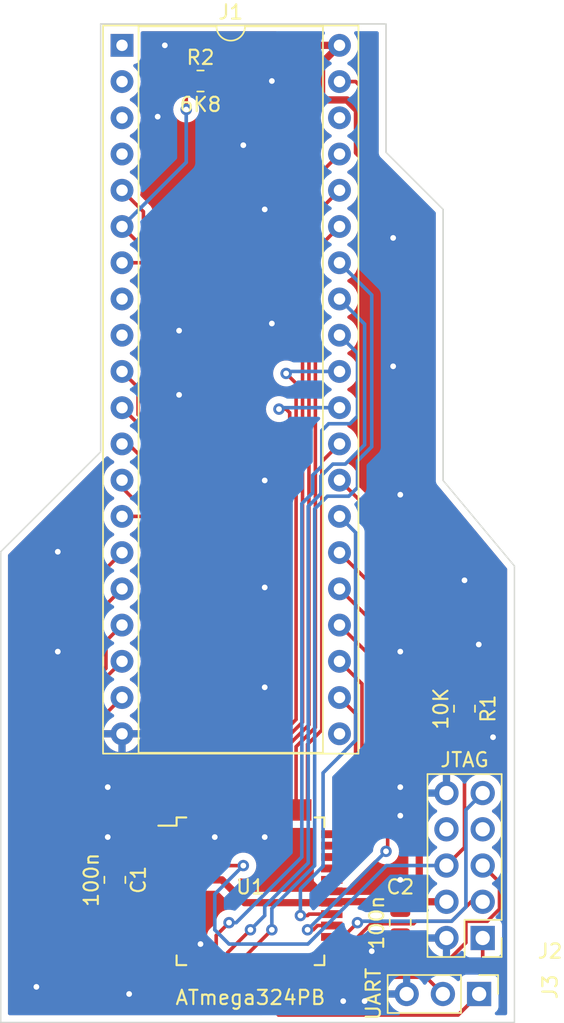
<source format=kicad_pcb>
(kicad_pcb (version 20221018) (generator pcbnew)
  (layers (0 "F.Cu" signal) (31 "B.Cu" signal) (34 "B.Paste" user) (35 "F.Paste" user) (36 "B.SilkS" user "B.Silkscreen") (37 "F.SilkS" user "F.Silkscreen") (38 "B.Mask" user) (39 "F.Mask" user) (44 "Edge.Cuts" user))
  (net 0 "")
  (net 11 "GND")
  (net 14 "VCC")
  (net 15 "Net-(J1-Pad39)")
  (net 16 "TCK")
  (net 17 "TDO")
  (net 18 "TMS")
  (net 19 "RESET")
  (net 20 "TDI")
  (net 21 "P0.3_DON")
  (net 22 "P0.2_ST")
  (net 23 "STROBE")
  (net 24 "P4.2_DLEN5")
  (net 25 "P1.0_A")
  (net 26 "P1.1_B")
  (net 27 "P1.2_C")
  (net 28 "P1.3_S")
  (net 29 "P5.0_PH")
  (net 30 "P5.1_PONLR")
  (net 31 "P5.2_Z")
  (net 32 "P5.3_Mul6")
  (net 33 "P5.4_Mul7")
  (net 34 "P5.5_Mul8")
  (net 35 "P5.6_Mul9")
  (net 36 "P5.7_Mul10")
  (net 37 "P1.7_NF8")
  (net 38 "P1.6_NF7")
  (net 39 "P1.5_NF6")
  (net 40 "P1.7_NF5")
  (net 41 "P0.4_NF1")
  (net 42 "P0.5_NF2")
  (net 43 "P0.6_NF3")
  (net 44 "P0.7_NF4")
  (net 45 "P4.7_DATA")
  (net 46 "P4.6_DLEN1")
  (net 47 "P4.5_DLEN2")
  (net 48 "P4.4_DLEN3")
  (net 49 "P4.3_DLEN4")
  (net 50 "Net-(J3-Pad1)")
  (net 51 "Net-(J3-Pad2)")
  (footprint "Resistor_SMD:R_0805_2012Metric_Pad1.20x1.40mm_HandSolder" (layer "F.Cu") (at 68.5 97.5 -90)
    (fp_text reference "C1" (at 0 -1.65 90) (layer "F.SilkS"))
    (fp_text value "100n" (at 0 1.65 90) (layer "F.SilkS"))
    (fp_line (start -0.227064 -0.735) (end 0.227064 -0.735) (stroke (width 0.12)) (layer "F.SilkS"))
    (fp_line (start -0.227064 0.735) (end 0.227064 0.735) (stroke (width 0.12)) (layer "F.SilkS"))
    (pad "1" smd roundrect (at -1 0 270) (size 1.2 1.4) (layers "F.Cu" "F.Paste" "F.Mask") (roundrect_rratio 0.2083333333) (net 14 "VCC"))
    (pad "2" smd roundrect (at 1 0 270) (size 1.2 1.4) (layers "F.Cu" "F.Paste" "F.Mask") (roundrect_rratio 0.2083333333) (net 11 "GND"))
  )
  (footprint "Package_DIP:DIP-40_W15.24mm_Socket" (layer "F.Cu") (at 69 39)
    (fp_text reference "J1" (at 7.62 -2.33) (layer "F.SilkS"))
    (fp_text value "MK3875")
    (fp_line (start -1.33 -1.39) (end -1.33 49.65) (stroke (width 0.12)) (layer "F.SilkS"))
    (fp_line (start -1.33 49.65) (end 16.57 49.65) (stroke (width 0.12)) (layer "F.SilkS"))
    (fp_line (start 1.16 -1.33) (end 1.16 49.59) (stroke (width 0.12)) (layer "F.SilkS"))
    (fp_line (start 1.16 49.59) (end 14.08 49.59) (stroke (width 0.12)) (layer "F.SilkS"))
    (fp_line (start 6.62 -1.33) (end 1.16 -1.33) (stroke (width 0.12)) (layer "F.SilkS"))
    (fp_line (start 14.08 -1.33) (end 8.62 -1.33) (stroke (width 0.12)) (layer "F.SilkS"))
    (fp_line (start 14.08 49.59) (end 14.08 -1.33) (stroke (width 0.12)) (layer "F.SilkS"))
    (fp_line (start 16.57 -1.39) (end -1.33 -1.39) (stroke (width 0.12)) (layer "F.SilkS"))
    (fp_line (start 16.57 49.65) (end 16.57 -1.39) (stroke (width 0.12)) (layer "F.SilkS"))
    (fp_arc (start 8.62 -1.33) (mid 7.62 -0.33) (end 6.62 -1.33) (stroke (width 0.12)) (layer "F.SilkS"))
    (pad "1" thru_hole rect (at 0 0) (size 1.6 1.6) (drill 0.8) (layers "*.Cu" "*.Mask"))
    (pad "2" thru_hole oval (at 0 2.54) (size 1.6 1.6) (drill 0.8) (layers "*.Cu" "*.Mask"))
    (pad "3" thru_hole oval (at 0 5.08) (size 1.6 1.6) (drill 0.8) (layers "*.Cu" "*.Mask"))
    (pad "4" thru_hole oval (at 0 7.62) (size 1.6 1.6) (drill 0.8) (layers "*.Cu" "*.Mask"))
    (pad "5" thru_hole oval (at 0 10.16) (size 1.6 1.6) (drill 0.8) (layers "*.Cu" "*.Mask") (net 22 "P0.2_ST"))
    (pad "6" thru_hole oval (at 0 12.7) (size 1.6 1.6) (drill 0.8) (layers "*.Cu" "*.Mask") (net 21 "P0.3_DON"))
    (pad "7" thru_hole oval (at 0 15.24) (size 1.6 1.6) (drill 0.8) (layers "*.Cu" "*.Mask") (net 23 "STROBE"))
    (pad "8" thru_hole oval (at 0 17.78) (size 1.6 1.6) (drill 0.8) (layers "*.Cu" "*.Mask"))
    (pad "9" thru_hole oval (at 0 20.32) (size 1.6 1.6) (drill 0.8) (layers "*.Cu" "*.Mask"))
    (pad "10" thru_hole oval (at 0 22.86) (size 1.6 1.6) (drill 0.8) (layers "*.Cu" "*.Mask") (net 24 "P4.2_DLEN5"))
    (pad "11" thru_hole oval (at 0 25.4) (size 1.6 1.6) (drill 0.8) (layers "*.Cu" "*.Mask") (net 49 "P4.3_DLEN4"))
    (pad "12" thru_hole oval (at 0 27.94) (size 1.6 1.6) (drill 0.8) (layers "*.Cu" "*.Mask") (net 48 "P4.4_DLEN3"))
    (pad "13" thru_hole oval (at 0 30.48) (size 1.6 1.6) (drill 0.8) (layers "*.Cu" "*.Mask") (net 47 "P4.5_DLEN2"))
    (pad "14" thru_hole oval (at 0 33.02) (size 1.6 1.6) (drill 0.8) (layers "*.Cu" "*.Mask") (net 46 "P4.6_DLEN1"))
    (pad "15" thru_hole oval (at 0 35.56) (size 1.6 1.6) (drill 0.8) (layers "*.Cu" "*.Mask") (net 45 "P4.7_DATA"))
    (pad "16" thru_hole oval (at 0 38.1) (size 1.6 1.6) (drill 0.8) (layers "*.Cu" "*.Mask") (net 44 "P0.7_NF4"))
    (pad "17" thru_hole oval (at 0 40.64) (size 1.6 1.6) (drill 0.8) (layers "*.Cu" "*.Mask") (net 43 "P0.6_NF3"))
    (pad "18" thru_hole oval (at 0 43.18) (size 1.6 1.6) (drill 0.8) (layers "*.Cu" "*.Mask") (net 42 "P0.5_NF2"))
    (pad "19" thru_hole oval (at 0 45.72) (size 1.6 1.6) (drill 0.8) (layers "*.Cu" "*.Mask") (net 41 "P0.4_NF1"))
    (pad "20" thru_hole oval (at 0 48.26) (size 1.6 1.6) (drill 0.8) (layers "*.Cu" "*.Mask") (net 11 "GND"))
    (pad "21" thru_hole oval (at 15.24 48.26) (size 1.6 1.6) (drill 0.8) (layers "*.Cu" "*.Mask"))
    (pad "22" thru_hole oval (at 15.24 45.72) (size 1.6 1.6) (drill 0.8) (layers "*.Cu" "*.Mask") (net 40 "P1.7_NF5"))
    (pad "23" thru_hole oval (at 15.24 43.18) (size 1.6 1.6) (drill 0.8) (layers "*.Cu" "*.Mask") (net 39 "P1.5_NF6"))
    (pad "24" thru_hole oval (at 15.24 40.64) (size 1.6 1.6) (drill 0.8) (layers "*.Cu" "*.Mask") (net 38 "P1.6_NF7"))
    (pad "25" thru_hole oval (at 15.24 38.1) (size 1.6 1.6) (drill 0.8) (layers "*.Cu" "*.Mask") (net 37 "P1.7_NF8"))
    (pad "26" thru_hole oval (at 15.24 35.56) (size 1.6 1.6) (drill 0.8) (layers "*.Cu" "*.Mask") (net 36 "P5.7_Mul10"))
    (pad "27" thru_hole oval (at 15.24 33.02) (size 1.6 1.6) (drill 0.8) (layers "*.Cu" "*.Mask") (net 35 "P5.6_Mul9"))
    (pad "28" thru_hole oval (at 15.24 30.48) (size 1.6 1.6) (drill 0.8) (layers "*.Cu" "*.Mask") (net 34 "P5.5_Mul8"))
    (pad "29" thru_hole oval (at 15.24 27.94) (size 1.6 1.6) (drill 0.8) (layers "*.Cu" "*.Mask") (net 33 "P5.4_Mul7"))
    (pad "30" thru_hole oval (at 15.24 25.4) (size 1.6 1.6) (drill 0.8) (layers "*.Cu" "*.Mask") (net 32 "P5.3_Mul6"))
    (pad "31" thru_hole oval (at 15.24 22.86) (size 1.6 1.6) (drill 0.8) (layers "*.Cu" "*.Mask") (net 31 "P5.2_Z"))
    (pad "32" thru_hole oval (at 15.24 20.32) (size 1.6 1.6) (drill 0.8) (layers "*.Cu" "*.Mask") (net 30 "P5.1_PONLR"))
    (pad "33" thru_hole oval (at 15.24 17.78) (size 1.6 1.6) (drill 0.8) (layers "*.Cu" "*.Mask") (net 29 "P5.0_PH"))
    (pad "34" thru_hole oval (at 15.24 15.24) (size 1.6 1.6) (drill 0.8) (layers "*.Cu" "*.Mask") (net 28 "P1.3_S"))
    (pad "35" thru_hole oval (at 15.24 12.7) (size 1.6 1.6) (drill 0.8) (layers "*.Cu" "*.Mask") (net 27 "P1.2_C"))
    (pad "36" thru_hole oval (at 15.24 10.16) (size 1.6 1.6) (drill 0.8) (layers "*.Cu" "*.Mask") (net 26 "P1.1_B"))
    (pad "37" thru_hole oval (at 15.24 7.62) (size 1.6 1.6) (drill 0.8) (layers "*.Cu" "*.Mask") (net 25 "P1.0_A"))
    (pad "38" thru_hole oval (at 15.24 5.08) (size 1.6 1.6) (drill 0.8) (layers "*.Cu" "*.Mask"))
    (pad "39" thru_hole oval (at 15.24 2.54) (size 1.6 1.6) (drill 0.8) (layers "*.Cu" "*.Mask") (net 15 "Net-(J1-Pad39)"))
    (pad "40" thru_hole oval (at 15.24 0) (size 1.6 1.6) (drill 0.8) (layers "*.Cu" "*.Mask") (net 14 "VCC"))
  )
  (footprint "Package_QFP:TQFP-44_10x10mm_P0.8mm" (layer "F.Cu") (at 78 98.3)
    (fp_text reference "U1" (at 0 -0.3) (layer "F.SilkS"))
    (fp_text value "ATmega324PB" (at 0 7.45) (layer "F.SilkS"))
    (fp_line (start -5.175 -5.175) (end -5.175 -4.6) (stroke (width 0.15)) (layer "F.SilkS"))
    (fp_line (start -5.175 -5.175) (end -4.5 -5.175) (stroke (width 0.15)) (layer "F.SilkS"))
    (fp_line (start -5.175 -4.6) (end -6.45 -4.6) (stroke (width 0.15)) (layer "F.SilkS"))
    (fp_line (start -5.175 5.175) (end -5.175 4.5) (stroke (width 0.15)) (layer "F.SilkS"))
    (fp_line (start -5.175 5.175) (end -4.5 5.175) (stroke (width 0.15)) (layer "F.SilkS"))
    (fp_line (start 5.175 -5.175) (end 4.5 -5.175) (stroke (width 0.15)) (layer "F.SilkS"))
    (fp_line (start 5.175 -5.175) (end 5.175 -4.5) (stroke (width 0.15)) (layer "F.SilkS"))
    (fp_line (start 5.175 5.175) (end 4.5 5.175) (stroke (width 0.15)) (layer "F.SilkS"))
    (fp_line (start 5.175 5.175) (end 5.175 4.5) (stroke (width 0.15)) (layer "F.SilkS"))
    (pad "1" smd rect (at -5.7 -4) (size 1.5 0.55) (layers "F.Cu" "F.Paste" "F.Mask") (net 48 "P4.4_DLEN3"))
    (pad "2" smd rect (at -5.7 -3.2) (size 1.5 0.55) (layers "F.Cu" "F.Paste" "F.Mask") (net 47 "P4.5_DLEN2"))
    (pad "3" smd rect (at -5.7 -2.4) (size 1.5 0.55) (layers "F.Cu" "F.Paste" "F.Mask") (net 46 "P4.6_DLEN1"))
    (pad "4" smd rect (at -5.7 -1.6) (size 1.5 0.55) (layers "F.Cu" "F.Paste" "F.Mask") (net 19 "RESET"))
    (pad "5" smd rect (at -5.7 -0.8) (size 1.5 0.55) (layers "F.Cu" "F.Paste" "F.Mask") (net 14 "VCC"))
    (pad "6" smd rect (at -5.7 0) (size 1.5 0.55) (layers "F.Cu" "F.Paste" "F.Mask") (net 11 "GND"))
    (pad "7" smd rect (at -5.7 0.8) (size 1.5 0.55) (layers "F.Cu" "F.Paste" "F.Mask"))
    (pad "8" smd rect (at -5.7 1.6) (size 1.5 0.55) (layers "F.Cu" "F.Paste" "F.Mask"))
    (pad "9" smd rect (at -5.7 2.4) (size 1.5 0.55) (layers "F.Cu" "F.Paste" "F.Mask") (net 41 "P0.4_NF1"))
    (pad "10" smd rect (at -5.7 3.2) (size 1.5 0.55) (layers "F.Cu" "F.Paste" "F.Mask") (net 42 "P0.5_NF2"))
    (pad "11" smd rect (at -5.7 4) (size 1.5 0.55) (layers "F.Cu" "F.Paste" "F.Mask") (net 43 "P0.6_NF3"))
    (pad "12" smd rect (at -4 5.7 90) (size 1.5 0.55) (layers "F.Cu" "F.Paste" "F.Mask") (net 44 "P0.7_NF4"))
    (pad "13" smd rect (at -3.2 5.7 90) (size 1.5 0.55) (layers "F.Cu" "F.Paste" "F.Mask") (net 45 "P4.7_DATA"))
    (pad "14" smd rect (at -2.4 5.7 90) (size 1.5 0.55) (layers "F.Cu" "F.Paste" "F.Mask") (net 30 "P5.1_PONLR"))
    (pad "15" smd rect (at -1.6 5.7 90) (size 1.5 0.55) (layers "F.Cu" "F.Paste" "F.Mask") (net 29 "P5.0_PH"))
    (pad "16" smd rect (at -0.8 5.7 90) (size 1.5 0.55) (layers "F.Cu" "F.Paste" "F.Mask") (net 28 "P1.3_S"))
    (pad "17" smd rect (at 0 5.7 90) (size 1.5 0.55) (layers "F.Cu" "F.Paste" "F.Mask") (net 50 "Net-(J3-Pad1)"))
    (pad "18" smd rect (at 0.8 5.7 90) (size 1.5 0.55) (layers "F.Cu" "F.Paste" "F.Mask") (net 51 "Net-(J3-Pad2)"))
    (pad "19" smd rect (at 1.6 5.7 90) (size 1.5 0.55) (layers "F.Cu" "F.Paste" "F.Mask"))
    (pad "20" smd rect (at 2.4 5.7 90) (size 1.5 0.55) (layers "F.Cu" "F.Paste" "F.Mask"))
    (pad "21" smd rect (at 3.2 5.7 90) (size 1.5 0.55) (layers "F.Cu" "F.Paste" "F.Mask") (net 16 "TCK"))
    (pad "22" smd rect (at 4 5.7 90) (size 1.5 0.55) (layers "F.Cu" "F.Paste" "F.Mask") (net 18 "TMS"))
    (pad "23" smd rect (at 5.7 4) (size 1.5 0.55) (layers "F.Cu" "F.Paste" "F.Mask") (net 17 "TDO"))
    (pad "24" smd rect (at 5.7 3.2) (size 1.5 0.55) (layers "F.Cu" "F.Paste" "F.Mask") (net 20 "TDI"))
    (pad "25" smd rect (at 5.7 2.4) (size 1.5 0.55) (layers "F.Cu" "F.Paste" "F.Mask") (net 34 "P5.5_Mul8"))
    (pad "26" smd rect (at 5.7 1.6) (size 1.5 0.55) (layers "F.Cu" "F.Paste" "F.Mask") (net 35 "P5.6_Mul9"))
    (pad "27" smd rect (at 5.7 0.8) (size 1.5 0.55) (layers "F.Cu" "F.Paste" "F.Mask") (net 14 "VCC"))
    (pad "28" smd rect (at 5.7 0) (size 1.5 0.55) (layers "F.Cu" "F.Paste" "F.Mask") (net 11 "GND"))
    (pad "29" smd rect (at 5.7 -0.8) (size 1.5 0.55) (layers "F.Cu" "F.Paste" "F.Mask") (net 36 "P5.7_Mul10"))
    (pad "30" smd rect (at 5.7 -1.6) (size 1.5 0.55) (layers "F.Cu" "F.Paste" "F.Mask") (net 37 "P1.7_NF8"))
    (pad "31" smd rect (at 5.7 -2.4) (size 1.5 0.55) (layers "F.Cu" "F.Paste" "F.Mask") (net 38 "P1.6_NF7"))
    (pad "32" smd rect (at 5.7 -3.2) (size 1.5 0.55) (layers "F.Cu" "F.Paste" "F.Mask") (net 39 "P1.5_NF6"))
    (pad "33" smd rect (at 5.7 -4) (size 1.5 0.55) (layers "F.Cu" "F.Paste" "F.Mask") (net 40 "P1.7_NF5"))
    (pad "34" smd rect (at 4 -5.7 90) (size 1.5 0.55) (layers "F.Cu" "F.Paste" "F.Mask") (net 33 "P5.4_Mul7"))
    (pad "35" smd rect (at 3.2 -5.7 90) (size 1.5 0.55) (layers "F.Cu" "F.Paste" "F.Mask") (net 27 "P1.2_C"))
    (pad "36" smd rect (at 2.4 -5.7 90) (size 1.5 0.55) (layers "F.Cu" "F.Paste" "F.Mask") (net 26 "P1.1_B"))
    (pad "37" smd rect (at 1.6 -5.7 90) (size 1.5 0.55) (layers "F.Cu" "F.Paste" "F.Mask") (net 25 "P1.0_A"))
    (pad "38" smd rect (at 0.8 -5.7 90) (size 1.5 0.55) (layers "F.Cu" "F.Paste" "F.Mask") (net 31 "P5.2_Z"))
    (pad "39" smd rect (at 0 -5.7 90) (size 1.5 0.55) (layers "F.Cu" "F.Paste" "F.Mask") (net 32 "P5.3_Mul6"))
    (pad "40" smd rect (at -0.8 -5.7 90) (size 1.5 0.55) (layers "F.Cu" "F.Paste" "F.Mask") (net 22 "P0.2_ST"))
    (pad "41" smd rect (at -1.6 -5.7 90) (size 1.5 0.55) (layers "F.Cu" "F.Paste" "F.Mask") (net 21 "P0.3_DON"))
    (pad "42" smd rect (at -2.4 -5.7 90) (size 1.5 0.55) (layers "F.Cu" "F.Paste" "F.Mask") (net 23 "STROBE"))
    (pad "43" smd rect (at -3.2 -5.7 90) (size 1.5 0.55) (layers "F.Cu" "F.Paste" "F.Mask") (net 24 "P4.2_DLEN5"))
    (pad "44" smd rect (at -4 -5.7 90) (size 1.5 0.55) (layers "F.Cu" "F.Paste" "F.Mask") (net 49 "P4.3_DLEN4"))
  )
  (footprint "Resistor_SMD:R_0805_2012Metric_Pad1.20x1.40mm_HandSolder" (layer "F.Cu") (at 88.5 100.5 -90)
    (fp_text reference "C2" (at -2.5 0 180) (layer "F.SilkS"))
    (fp_text value "100n" (at 0 1.65 90) (layer "F.SilkS"))
    (fp_line (start -0.227064 -0.735) (end 0.227064 -0.735) (stroke (width 0.12)) (layer "F.SilkS"))
    (fp_line (start -0.227064 0.735) (end 0.227064 0.735) (stroke (width 0.12)) (layer "F.SilkS"))
    (pad "1" smd roundrect (at -1 0 270) (size 1.2 1.4) (layers "F.Cu" "F.Paste" "F.Mask") (roundrect_rratio 0.2083333333) (net 14 "VCC"))
    (pad "2" smd roundrect (at 1 0 270) (size 1.2 1.4) (layers "F.Cu" "F.Paste" "F.Mask") (roundrect_rratio 0.2083333333) (net 11 "GND"))
  )
  (footprint "Resistor_SMD:R_0805_2012Metric_Pad1.20x1.40mm_HandSolder" (layer "F.Cu") (at 93 85.5 -90)
    (fp_text reference "R1" (at 0 -1.65 90) (layer "F.SilkS"))
    (fp_text value "10K" (at 0 1.65 90) (layer "F.SilkS"))
    (fp_line (start -0.227064 -0.735) (end 0.227064 -0.735) (stroke (width 0.12)) (layer "F.SilkS"))
    (fp_line (start -0.227064 0.735) (end 0.227064 0.735) (stroke (width 0.12)) (layer "F.SilkS"))
    (pad "1" smd roundrect (at -1 0 270) (size 1.2 1.4) (layers "F.Cu" "F.Paste" "F.Mask") (roundrect_rratio 0.2083333333) (net 15 "Net-(J1-Pad39)"))
    (pad "2" smd roundrect (at 1 0 270) (size 1.2 1.4) (layers "F.Cu" "F.Paste" "F.Mask") (roundrect_rratio 0.2083333333) (net 19 "RESET"))
  )
  (footprint "Resistor_SMD:R_0805_2012Metric_Pad1.20x1.40mm_HandSolder" (layer "F.Cu") (at 74.5 41.5)
    (fp_text reference "R2" (at 0 -1.65) (layer "F.SilkS"))
    (fp_text value "6K8" (at 0 1.65) (layer "F.SilkS"))
    (fp_line (start -0.227064 -0.735) (end 0.227064 -0.735) (stroke (width 0.12)) (layer "F.SilkS"))
    (fp_line (start -0.227064 0.735) (end 0.227064 0.735) (stroke (width 0.12)) (layer "F.SilkS"))
    (pad "1" smd roundrect (at -1 0) (size 1.2 1.4) (layers "F.Cu" "F.Paste" "F.Mask") (roundrect_rratio 0.2083333333) (net 21 "P0.3_DON"))
    (pad "2" smd roundrect (at 1 0) (size 1.2 1.4) (layers "F.Cu" "F.Paste" "F.Mask") (roundrect_rratio 0.2083333333) (net 14 "VCC"))
  )
  (footprint "Connector_PinHeader_2.54mm:PinHeader_1x03_P2.54mm_Vertical" (layer "F.Cu") (at 94.025 105.5 -90)
    (fp_text reference "J3" (at -0.5 -4.975 90) (layer "F.SilkS"))
    (fp_text value "UART" (at 0 7.41 90) (layer "F.SilkS"))
    (fp_line (start -1.33 -1.33) (end 0 -1.33) (stroke (width 0.12)) (layer "F.SilkS"))
    (fp_line (start -1.33 0) (end -1.33 -1.33) (stroke (width 0.12)) (layer "F.SilkS"))
    (fp_line (start -1.33 1.27) (end -1.33 6.41) (stroke (width 0.12)) (layer "F.SilkS"))
    (fp_line (start -1.33 1.27) (end 1.33 1.27) (stroke (width 0.12)) (layer "F.SilkS"))
    (fp_line (start -1.33 6.41) (end 1.33 6.41) (stroke (width 0.12)) (layer "F.SilkS"))
    (fp_line (start 1.33 1.27) (end 1.33 6.41) (stroke (width 0.12)) (layer "F.SilkS"))
    (pad "1" thru_hole rect (at 0 0 270) (size 1.7 1.7) (drill 1) (layers "*.Cu" "*.Mask") (net 50 "Net-(J3-Pad1)"))
    (pad "2" thru_hole oval (at 0 2.54 270) (size 1.7 1.7) (drill 1) (layers "*.Cu" "*.Mask") (net 51 "Net-(J3-Pad2)"))
    (pad "3" thru_hole oval (at 0 5.08 270) (size 1.7 1.7) (drill 1) (layers "*.Cu" "*.Mask") (net 11 "GND"))
  )
  (footprint "Connector_PinHeader_2.54mm:PinHeader_2x05_P2.54mm_Vertical" (layer "F.Cu") (at 94.275 101.575 180)
    (fp_text reference "J2" (at -4.725 -0.925) (layer "F.SilkS"))
    (fp_text value "JTAG" (at 1.27 12.49) (layer "F.SilkS"))
    (fp_line (start -1.33 -1.33) (end 0 -1.33) (stroke (width 0.12)) (layer "F.SilkS"))
    (fp_line (start -1.33 0) (end -1.33 -1.33) (stroke (width 0.12)) (layer "F.SilkS"))
    (fp_line (start -1.33 1.27) (end -1.33 11.49) (stroke (width 0.12)) (layer "F.SilkS"))
    (fp_line (start -1.33 1.27) (end 1.27 1.27) (stroke (width 0.12)) (layer "F.SilkS"))
    (fp_line (start -1.33 11.49) (end 3.87 11.49) (stroke (width 0.12)) (layer "F.SilkS"))
    (fp_line (start 1.27 -1.33) (end 3.87 -1.33) (stroke (width 0.12)) (layer "F.SilkS"))
    (fp_line (start 1.27 1.27) (end 1.27 -1.33) (stroke (width 0.12)) (layer "F.SilkS"))
    (fp_line (start 3.87 -1.33) (end 3.87 11.49) (stroke (width 0.12)) (layer "F.SilkS"))
    (pad "1" thru_hole rect (at 0 0 180) (size 1.7 1.7) (drill 1) (layers "*.Cu" "*.Mask") (net 16 "TCK"))
    (pad "2" thru_hole oval (at 2.54 0 180) (size 1.7 1.7) (drill 1) (layers "*.Cu" "*.Mask") (net 11 "GND"))
    (pad "3" thru_hole oval (at 0 2.54 180) (size 1.7 1.7) (drill 1) (layers "*.Cu" "*.Mask") (net 17 "TDO"))
    (pad "4" thru_hole oval (at 2.54 2.54 180) (size 1.7 1.7) (drill 1) (layers "*.Cu" "*.Mask") (net 14 "VCC"))
    (pad "5" thru_hole oval (at 0 5.08 180) (size 1.7 1.7) (drill 1) (layers "*.Cu" "*.Mask") (net 18 "TMS"))
    (pad "6" thru_hole oval (at 2.54 5.08 180) (size 1.7 1.7) (drill 1) (layers "*.Cu" "*.Mask") (net 19 "RESET"))
    (pad "7" thru_hole oval (at 0 7.62 180) (size 1.7 1.7) (drill 1) (layers "*.Cu" "*.Mask"))
    (pad "8" thru_hole oval (at 2.54 7.62 180) (size 1.7 1.7) (drill 1) (layers "*.Cu" "*.Mask"))
    (pad "9" thru_hole oval (at 0 10.16 180) (size 1.7 1.7) (drill 1) (layers "*.Cu" "*.Mask") (net 20 "TDI"))
    (pad "10" thru_hole oval (at 2.54 10.16 180) (size 1.7 1.7) (drill 1) (layers "*.Cu" "*.Mask") (net 11 "GND"))
  )
  (gr_line (start 67.5 37.5) (end 87.5 37.5) (stroke (width 0.1)) (layer "Edge.Cuts"))
  (gr_line (start 91.5 69.5) (end 91.5 64.5) (stroke (width 0.1)) (layer "Edge.Cuts"))
  (gr_line (start 60.5 107.5) (end 96.5 107.5) (stroke (width 0.1)) (layer "Edge.Cuts"))
  (gr_line (start 96.5 107.5) (end 96.5 75.5) (stroke (width 0.1)) (layer "Edge.Cuts"))
  (gr_line (start 87.5 46.5) (end 87.5 37.5) (stroke (width 0.1)) (layer "Edge.Cuts"))
  (gr_line (start 67.5 67.5) (end 60.5 74.5) (stroke (width 0.1)) (layer "Edge.Cuts"))
  (gr_line (start 67.5 37.5) (end 67.5 67.5) (stroke (width 0.1)) (layer "Edge.Cuts"))
  (gr_line (start 91.5 64.5) (end 91.5 50.5) (stroke (width 0.1)) (layer "Edge.Cuts"))
  (gr_line (start 60.5 74.5) (end 60.5 107.5) (stroke (width 0.1)) (layer "Edge.Cuts"))
  (gr_line (start 87.5 46.5) (end 91.5 50.5) (stroke (width 0.1)) (layer "Edge.Cuts"))
  (gr_line (start 91.5 69.5) (end 96.5 75.5) (stroke (width 0.1)) (layer "Edge.Cuts"))
  (segment (start 87.7 98.3) (end 88.5 97.5) (width 0.508) (layer "F.Cu") (net 11))
  (segment (start 83.7 98.3) (end 82.8 98.3) (width 0.508) (layer "F.Cu") (net 11))
  (segment (start 74.5 98.519) (end 74.5 102) (width 0.254) (layer "F.Cu") (net 11))
  (segment (start 72.3 98.3) (end 68.7 98.3) (width 0.254) (layer "F.Cu") (net 11))
  (segment (start 74.281 98.3) (end 74.5 98.519) (width 0.254) (layer "F.Cu") (net 11))
  (segment (start 82.8 98.3) (end 79 94.5) (width 0.508) (layer "F.Cu") (net 11))
  (segment (start 72.3 98.3) (end 74.281 98.3) (width 0.254) (layer "F.Cu") (net 11))
  (segment (start 83.7 98.3) (end 87.7 98.3) (width 0.508) (layer "F.Cu") (net 11))
  (segment (start 68.7 98.3) (end 68.5 98.5) (width 0.254) (layer "F.Cu") (net 11))
  (via (at 63 105) (size 0.8) (drill 0.4) (layers "F.Cu" "B.Cu") (net 11))
  (via (at 88 52.5) (size 0.8) (drill 0.4) (layers "F.Cu" "B.Cu") (net 11))
  (via (at 64.5 74.5) (size 0.8) (drill 0.4) (layers "F.Cu" "B.Cu") (net 11))
  (via (at 79 77) (size 0.8) (drill 0.4) (layers "F.Cu" "B.Cu") (net 11))
  (via (at 79 69.5) (size 0.8) (drill 0.4) (layers "F.Cu" "B.Cu") (net 11))
  (via (at 64.5 81.5) (size 0.8) (drill 0.4) (layers "F.Cu" "B.Cu") (net 11))
  (via (at 86.5 102.5) (size 0.8) (drill 0.4) (layers "F.Cu" "B.Cu") (net 11))
  (via (at 79.5 41.5) (size 0.8) (drill 0.4) (layers "F.Cu" "B.Cu") (net 11))
  (via (at 73 59) (size 0.8) (drill 0.4) (layers "F.Cu" "B.Cu") (net 11))
  (via (at 79 50.5) (size 0.8) (drill 0.4) (layers "F.Cu" "B.Cu") (net 11))
  (via (at 68 91) (size 0.8) (drill 0.4) (layers "F.Cu" "B.Cu") (net 11))
  (via (at 93 76.5) (size 0.8) (drill 0.4) (layers "F.Cu" "B.Cu") (net 11))
  (via (at 79 84) (size 0.8) (drill 0.4) (layers "F.Cu" "B.Cu") (net 11))
  (via (at 69.5 105.5) (size 0.8) (drill 0.4) (layers "F.Cu" "B.Cu") (net 11))
  (via (at 77.5 46) (size 0.8) (drill 0.4) (layers "F.Cu" "B.Cu") (net 11))
  (via (at 79.5 58.5) (size 0.8) (drill 0.4) (layers "F.Cu" "B.Cu") (net 11))
  (via (at 86 106) (size 0.8) (drill 0.4) (layers "F.Cu" "B.Cu") (net 11))
  (via (at 88 61.5) (size 0.8) (drill 0.4) (layers "F.Cu" "B.Cu") (net 11))
  (via (at 75.5 94.5) (size 0.8) (drill 0.4) (layers "F.Cu" "B.Cu") (net 11))
  (via (at 88.5 81.5) (size 0.8) (drill 0.4) (layers "F.Cu" "B.Cu") (net 11))
  (via (at 71.5 44) (size 0.8) (drill 0.4) (layers "F.Cu" "B.Cu") (net 11))
  (via (at 84.5 106) (size 0.8) (drill 0.4) (layers "F.Cu" "B.Cu") (net 11))
  (via (at 73 63.5) (size 0.8) (drill 0.4) (layers "F.Cu" "B.Cu") (net 11))
  (via (at 74.5 102) (size 0.8) (drill 0.4) (layers "F.Cu" "B.Cu") (net 11))
  (via (at 88.5 93) (size 0.8) (drill 0.4) (layers "F.Cu" "B.Cu") (net 11))
  (via (at 88.5 70.5) (size 0.8) (drill 0.4) (layers "F.Cu" "B.Cu") (net 11))
  (via (at 68 94.5) (size 0.8) (drill 0.4) (layers "F.Cu" "B.Cu") (net 11))
  (via (at 88.5 97.5) (size 0.8) (drill 0.4) (layers "F.Cu" "B.Cu") (net 11))
  (via (at 79 94.5) (size 0.8) (drill 0.4) (layers "F.Cu" "B.Cu") (net 11))
  (via (at 95 87.5) (size 0.8) (drill 0.4) (layers "F.Cu" "B.Cu") (net 11))
  (via (at 94 81) (size 0.8) (drill 0.4) (layers "F.Cu" "B.Cu") (net 11))
  (via (at 88.5 91) (size 0.8) (drill 0.4) (layers "F.Cu" "B.Cu") (net 11))
  (via (at 72 39) (size 0.8) (drill 0.4) (layers "F.Cu" "B.Cu") (net 11))
  (segment (start 72.3 97.5) (end 69.5 97.5) (width 0.508) (layer "F.Cu") (net 14))
  (segment (start 82.986 40.254) (end 84.24 39) (width 0.508) (layer "F.Cu") (net 14))
  (segment (start 75.5 41.5) (end 77.5 41.5) (width 0.508) (layer "F.Cu") (net 14))
  (segment (start 69.5 97.5) (end 68.5 96.5) (width 0.508) (layer "F.Cu") (net 14))
  (segment (start 89.829829 98.170171) (end 89.829829 50.829829) (width 0.508) (layer "F.Cu") (net 14))
  (segment (start 77.5 41.5) (end 80 39) (width 0.508) (layer "F.Cu") (net 14))
  (segment (start 77.6 99.1) (end 76 97.5) (width 0.508) (layer "F.Cu") (net 14))
  (segment (start 88.5 99.5) (end 88.029 99.029) (width 0.508) (layer "F.Cu") (net 14))
  (segment (start 83.326 42.826) (end 82.986 42.486) (width 0.508) (layer "F.Cu") (net 14))
  (segment (start 83.7 99.1) (end 77.6 99.1) (width 0.508) (layer "F.Cu") (net 14))
  (segment (start 85.494 46.494) (end 85.494 43.560576) (width 0.508) (layer "F.Cu") (net 14))
  (segment (start 91.735 99.035) (end 88.965 99.035) (width 0.508) (layer "F.Cu") (net 14))
  (segment (start 88.5 99.5) (end 89.829829 98.170171) (width 0.508) (layer "F.Cu") (net 14))
  (segment (start 89.829829 50.829829) (end 85.494 46.494) (width 0.508) (layer "F.Cu") (net 14))
  (segment (start 76 97.5) (end 72.3 97.5) (width 0.508) (layer "F.Cu") (net 14))
  (segment (start 88.965 99.035) (end 88.5 99.5) (width 0.508) (layer "F.Cu") (net 14))
  (segment (start 82.986 42.486) (end 82.986 40.254) (width 0.508) (layer "F.Cu") (net 14))
  (segment (start 80 39) (end 84.24 39) (width 0.508) (layer "F.Cu") (net 14))
  (segment (start 88.029 99.029) (end 83.029 99.029) (width 0.508) (layer "F.Cu") (net 14))
  (segment (start 84.759424 42.826) (end 83.326 42.826) (width 0.508) (layer "F.Cu") (net 14))
  (segment (start 85.494 43.560576) (end 84.759424 42.826) (width 0.508) (layer "F.Cu") (net 14))
  (segment (start 90.410829 78.410829) (end 90.410829 50.589171) (width 0.254) (layer "F.Cu") (net 15))
  (segment (start 85.37137 41.54) (end 84.24 41.54) (width 0.254) (layer "F.Cu") (net 15))
  (segment (start 90.410829 81.910829) (end 90.410829 78.410829) (width 0.254) (layer "F.Cu") (net 15))
  (segment (start 93 84.5) (end 90.410829 81.910829) (width 0.254) (layer "F.Cu") (net 15))
  (segment (start 90.410829 50.589171) (end 86.415685 46.594027) (width 0.254) (layer "F.Cu") (net 15))
  (segment (start 86.415685 42.584315) (end 85.37137 41.54) (width 0.254) (layer "F.Cu") (net 15))
  (segment (start 86.415685 46.594027) (end 86.415685 42.584315) (width 0.254) (layer "F.Cu") (net 15))
  (segment (start 93.869 103.869) (end 94.275 103.463) (width 0.254) (layer "F.Cu") (net 16))
  (segment (start 81.2 105.004) (end 81.348 105.152) (width 0.254) (layer "F.Cu") (net 16))
  (segment (start 87.631 103.869) (end 93.869 103.869) (width 0.254) (layer "F.Cu") (net 16))
  (segment (start 83.81 103.869) (end 82.527 105.152) (width 0.254) (layer "F.Cu") (net 16))
  (segment (start 81.2 104) (end 81.2 105.004) (width 0.254) (layer "F.Cu") (net 16))
  (segment (start 82.527 105.152) (end 81.348 105.152) (width 0.254) (layer "F.Cu") (net 16))
  (segment (start 94.275 103.463) (end 94.275 101.575) (width 0.254) (layer "F.Cu") (net 16))
  (segment (start 87.631 103.869) (end 83.81 103.869) (width 0.254) (layer "F.Cu") (net 16))
  (segment (start 86.455134 100.573) (end 84.728134 102.3) (width 0.254) (layer "F.Cu") (net 17))
  (segment (start 89.427 100.573) (end 86.455134 100.573) (width 0.254) (layer "F.Cu") (net 17))
  (segment (start 89.602 100.398) (end 89.427 100.573) (width 0.254) (layer "F.Cu") (net 17))
  (segment (start 84.728134 102.3) (end 83.7 102.3) (width 0.254) (layer "F.Cu") (net 17))
  (segment (start 92.102 100.398) (end 89.602 100.398) (width 0.254) (layer "F.Cu") (net 17))
  (segment (start 94.275 99.035) (end 93.465 99.035) (width 0.254) (layer "F.Cu") (net 17))
  (segment (start 93.465 99.035) (end 92.102 100.398) (width 0.254) (layer "F.Cu") (net 17))
  (segment (start 95.452 99.548) (end 95.452 97.672) (width 0.254) (layer "F.Cu") (net 18))
  (segment (start 91.585 103.415) (end 93.098 101.902) (width 0.254) (layer "F.Cu") (net 18))
  (segment (start 95.452 97.672) (end 94.275 96.495) (width 0.254) (layer "F.Cu") (net 18))
  (segment (start 82.585 103.415) (end 91.585 103.415) (width 0.254) (layer "F.Cu") (net 18))
  (segment (start 94.602 100.398) (end 95.452 99.548) (width 0.254) (layer "F.Cu") (net 18))
  (segment (start 93.098 101.902) (end 93.098 100.398) (width 0.254) (layer "F.Cu") (net 18))
  (segment (start 82 104) (end 82.585 103.415) (width 0.254) (layer "F.Cu") (net 18))
  (segment (start 93.098 100.398) (end 94.602 100.398) (width 0.254) (layer "F.Cu") (net 18))
  (segment (start 93 86.5) (end 93 95.23) (width 0.254) (layer "F.Cu") (net 19))
  (segment (start 93 95.23) (end 91.735 96.495) (width 0.254) (layer "F.Cu") (net 19))
  (segment (start 72.3 96.7) (end 73.279 96.7) (width 0.25) (layer "F.Cu") (net 19))
  (segment (start 73.279 96.7) (end 73.479 96.5) (width 0.25) (layer "F.Cu") (net 19))
  (segment (start 73.479 96.5) (end 77.5 96.5) (width 0.25) (layer "F.Cu") (net 19))
  (via (at 77.5 96.5) (size 0.8) (drill 0.4) (layers "F.Cu" "B.Cu") (net 19))
  (segment (start 76.5 102) (end 82.025305 102) (width 0.25) (layer "B.Cu") (net 19))
  (segment (start 77.5 96.5) (end 75.5 98.5) (width 0.25) (layer "B.Cu") (net 19))
  (segment (start 75.5 101) (end 76.5 102) (width 0.25) (layer "B.Cu") (net 19))
  (segment (start 75.5 98.5) (end 75.5 101) (width 0.25) (layer "B.Cu") (net 19))
  (segment (start 87.530305 96.495) (end 91.735 96.495) (width 0.25) (layer "B.Cu") (net 19))
  (segment (start 82.025305 102) (end 87.530305 96.495) (width 0.25) (layer "B.Cu") (net 19))
  (segment (start 83.7 101.5) (end 84.5 101.5) (width 0.25) (layer "F.Cu") (net 20))
  (segment (start 84.5 101.5) (end 85.5 100.5) (width 0.25) (layer "F.Cu") (net 20))
  (via (at 85.5 100.5) (size 0.8) (drill 0.4) (layers "F.Cu" "B.Cu") (net 20))
  (segment (start 93.098 99.402) (end 93.098 92.592) (width 0.254) (layer "B.Cu") (net 20))
  (segment (start 92.102 100.398) (end 93.098 99.402) (width 0.254) (layer "B.Cu") (net 20))
  (segment (start 85.602 100.398) (end 85.5 100.5) (width 0.254) (layer "B.Cu") (net 20))
  (segment (start 93.098 92.592) (end 94.275 91.415) (width 0.254) (layer "B.Cu") (net 20))
  (segment (start 92.102 100.398) (end 85.602 100.398) (width 0.254) (layer "B.Cu") (net 20))
  (segment (start 76.4 92.6) (end 76.4 55.9) (width 0.25) (layer "F.Cu") (net 21))
  (segment (start 74 53.5) (end 70.8 53.5) (width 0.25) (layer "F.Cu") (net 21))
  (segment (start 73.5 43.5) (end 73.5 41.5) (width 0.254) (layer "F.Cu") (net 21))
  (segment (start 70.8 53.5) (end 69 51.7) (width 0.25) (layer "F.Cu") (net 21))
  (segment (start 76.4 55.9) (end 74 53.5) (width 0.25) (layer "F.Cu") (net 21))
  (via (at 73.5 43.5) (size 0.8) (drill 0.4) (layers "F.Cu" "B.Cu") (net 21))
  (segment (start 73.5 47.2) (end 69 51.7) (width 0.254) (layer "B.Cu") (net 21))
  (segment (start 73.5 43.5) (end 73.5 47.2) (width 0.254) (layer "B.Cu") (net 21))
  (segment (start 77.2 55.7) (end 74.5 53) (width 0.25) (layer "F.Cu") (net 22))
  (segment (start 77.2 92.6) (end 77.2 55.7) (width 0.25) (layer "F.Cu") (net 22))
  (segment (start 74.5 53) (end 71.5 53) (width 0.25) (layer "F.Cu") (net 22))
  (segment (start 71.5 53) (end 70.5 52) (width 0.25) (layer "F.Cu") (net 22))
  (segment (start 70.5 52) (end 70.5 50.66) (width 0.25) (layer "F.Cu") (net 22))
  (segment (start 70.5 50.66) (end 69 49.16) (width 0.25) (layer "F.Cu") (net 22))
  (segment (start 75.6 92.6) (end 75.6 56.1) (width 0.25) (layer "F.Cu") (net 23))
  (segment (start 73.74 54.24) (end 69 54.24) (width 0.25) (layer "F.Cu") (net 23))
  (segment (start 75.6 56.1) (end 73.74 54.24) (width 0.25) (layer "F.Cu") (net 23))
  (segment (start 70.125 64.888604) (end 70.125 62.985) (width 0.25) (layer "F.Cu") (net 24))
  (segment (start 71.5 69.5) (end 71.5 66.263604) (width 0.25) (layer "F.Cu") (net 24))
  (segment (start 74.8 71.3) (end 73.5 70) (width 0.25) (layer "F.Cu") (net 24))
  (segment (start 71.5 66.263604) (end 70.125 64.888604) (width 0.25) (layer "F.Cu") (net 24))
  (segment (start 74.8 92.6) (end 74.8 71.3) (width 0.25) (layer "F.Cu") (net 24))
  (segment (start 73.5 70) (end 72 70) (width 0.25) (layer "F.Cu") (net 24))
  (segment (start 72 70) (end 71.5 69.5) (width 0.25) (layer "F.Cu") (net 24))
  (segment (start 70.125 62.985) (end 69 61.86) (width 0.25) (layer "F.Cu") (net 24))
  (segment (start 79.6 92.6) (end 79.6 88.490812) (width 0.25) (layer "F.Cu") (net 25))
  (segment (start 81.65 49.21) (end 84.24 46.62) (width 0.25) (layer "F.Cu") (net 25))
  (segment (start 81.65 86.440812) (end 81.65 49.21) (width 0.25) (layer "F.Cu") (net 25))
  (segment (start 79.6 88.490812) (end 81.65 86.440812) (width 0.25) (layer "F.Cu") (net 25))
  (segment (start 80.4 88.327208) (end 82.1 86.627208) (width 0.25) (layer "F.Cu") (net 26))
  (segment (start 82.1 51.3) (end 84.24 49.16) (width 0.25) (layer "F.Cu") (net 26))
  (segment (start 80.4 92.6) (end 80.4 88.327208) (width 0.25) (layer "F.Cu") (net 26))
  (segment (start 82.1 86.627208) (end 82.1 51.3) (width 0.25) (layer "F.Cu") (net 26))
  (segment (start 82.55 86.813604) (end 82.55 53.39) (width 0.25) (layer "F.Cu") (net 27))
  (segment (start 81.2 92.6) (end 81.2 88.163604) (width 0.25) (layer "F.Cu") (net 27))
  (segment (start 82.55 53.39) (end 84.24 51.7) (width 0.25) (layer "F.Cu") (net 27))
  (segment (start 81.2 88.163604) (end 82.55 86.813604) (width 0.25) (layer "F.Cu") (net 27))
  (segment (start 77.2 104) (end 77.2 103.3) (width 0.25) (layer "F.Cu") (net 28))
  (segment (start 77.2 103.3) (end 79.5 101) (width 0.25) (layer "F.Cu") (net 28))
  (via (at 79.5 101) (size 0.8) (drill 0.4) (layers "F.Cu" "B.Cu") (net 28))
  (segment (start 86.5 67.136396) (end 86.5 56.5) (width 0.25) (layer "B.Cu") (net 28))
  (segment (start 82.5 96.5) (end 82.5 71.5) (width 0.25) (layer "B.Cu") (net 28))
  (segment (start 83.395 70.605) (end 84.895 70.605) (width 0.25) (layer "B.Cu") (net 28))
  (segment (start 85.5 68.136396) (end 86.5 67.136396) (width 0.25) (layer "B.Cu") (net 28))
  (segment (start 82.5 71.5) (end 83.395 70.605) (width 0.25) (layer "B.Cu") (net 28))
  (segment (start 79.5 99.5) (end 82.5 96.5) (width 0.25) (layer "B.Cu") (net 28))
  (segment (start 84.895 70.605) (end 85.5 70) (width 0.25) (layer "B.Cu") (net 28))
  (segment (start 79.5 101) (end 79.5 99.5) (width 0.25) (layer "B.Cu") (net 28))
  (segment (start 85.5 70) (end 85.5 68.136396) (width 0.25) (layer "B.Cu") (net 28))
  (segment (start 86.5 56.5) (end 84.24 54.24) (width 0.25) (layer "B.Cu") (net 28))
  (segment (start 76.4 102.6) (end 78 101) (width 0.25) (layer "F.Cu") (net 29))
  (segment (start 76.4 104) (end 76.4 102.6) (width 0.25) (layer "F.Cu") (net 29))
  (via (at 78 101) (size 0.8) (drill 0.4) (layers "F.Cu" "B.Cu") (net 29))
  (segment (start 82.05 96.313604) (end 82.05 71.313604) (width 0.25) (layer "B.Cu") (net 29))
  (segment (start 84.645 68.355) (end 86 67) (width 0.25) (layer "B.Cu") (net 29))
  (segment (start 82.05 71.313604) (end 82.931802 70.431802) (width 0.25) (layer "B.Cu") (net 29))
  (segment (start 82.931802 70.431802) (end 82.931802 69.197207) (width 0.25) (layer "B.Cu") (net 29))
  (segment (start 86 67) (end 86 58.54) (width 0.25) (layer "B.Cu") (net 29))
  (segment (start 79 100) (end 79 99.363604) (width 0.25) (layer "B.Cu") (net 29))
  (segment (start 82.931802 69.197207) (end 83.774009 68.355) (width 0.25) (layer "B.Cu") (net 29))
  (segment (start 78 101) (end 79 100) (width 0.25) (layer "B.Cu") (net 29))
  (segment (start 86 58.54) (end 84.24 56.78) (width 0.25) (layer "B.Cu") (net 29))
  (segment (start 83.774009 68.355) (end 84.645 68.355) (width 0.25) (layer "B.Cu") (net 29))
  (segment (start 79 99.363604) (end 82.05 96.313604) (width 0.25) (layer "B.Cu") (net 29))
  (segment (start 75.6 104) (end 75.6 101.4) (width 0.25) (layer "F.Cu") (net 30))
  (segment (start 75.6 101.4) (end 76.5 100.5) (width 0.25) (layer "F.Cu") (net 30))
  (via (at 76.5 100.5) (size 0.8) (drill 0.4) (layers "F.Cu" "B.Cu") (net 30))
  (segment (start 82.363604 70.363604) (end 82.363604 69.129008) (width 0.25) (layer "B.Cu") (net 30))
  (segment (start 84.975 65.525) (end 85.5 65) (width 0.25) (layer "B.Cu") (net 30))
  (segment (start 82.363604 69.129008) (end 83 68.492613) (width 0.25) (layer "B.Cu") (net 30))
  (segment (start 77 100.5) (end 81.6 95.9) (width 0.25) (layer "B.Cu") (net 30))
  (segment (start 83 68.492613) (end 83 66) (width 0.25) (layer "B.Cu") (net 30))
  (segment (start 81.6 95.9) (end 81.6 71.127208) (width 0.25) (layer "B.Cu") (net 30))
  (segment (start 85.5 60.58) (end 84.24 59.32) (width 0.25) (layer "B.Cu") (net 30))
  (segment (start 83 66) (end 83.475 65.525) (width 0.25) (layer "B.Cu") (net 30))
  (segment (start 76.5 100.5) (end 77 100.5) (width 0.25) (layer "B.Cu") (net 30))
  (segment (start 85.5 65) (end 85.5 60.58) (width 0.25) (layer "B.Cu") (net 30))
  (segment (start 83.475 65.525) (end 84.975 65.525) (width 0.25) (layer "B.Cu") (net 30))
  (segment (start 81.6 71.127208) (end 82.363604 70.363604) (width 0.25) (layer "B.Cu") (net 30))
  (segment (start 81.2 62.7) (end 80.5 62) (width 0.25) (layer "F.Cu") (net 31))
  (segment (start 81.2 86.254416) (end 81.2 62.7) (width 0.25) (layer "F.Cu") (net 31))
  (segment (start 78.8 88.654416) (end 80.977208 86.477208) (width 0.25) (layer "F.Cu") (net 31))
  (segment (start 78.8 92.6) (end 78.8 88.654416) (width 0.25) (layer "F.Cu") (net 31))
  (segment (start 80.977208 86.477208) (end 81.2 86.254416) (width 0.25) (layer "F.Cu") (net 31))
  (via (at 80.5 62) (size 0.8) (drill 0.4) (layers "F.Cu" "B.Cu") (net 31))
  (segment (start 80.64 61.86) (end 84.24 61.86) (width 0.25) (layer "B.Cu") (net 31))
  (segment (start 80.5 62) (end 80.64 61.86) (width 0.25) (layer "B.Cu") (net 31))
  (segment (start 80.75 65.5) (end 80.75 64.75) (width 0.25) (layer "F.Cu") (net 32))
  (segment (start 78 92.6) (end 78 88.81802) (width 0.25) (layer "F.Cu") (net 32))
  (segment (start 80.75 64.75) (end 80.5 64.5) (width 0.25) (layer "F.Cu") (net 32))
  (segment (start 78 88.81802) (end 79.90901 86.90901) (width 0.25) (layer "F.Cu") (net 32))
  (segment (start 79.90901 86.90901) (end 80.75 86.06802) (width 0.25) (layer "F.Cu") (net 32))
  (segment (start 80.75 86.06802) (end 80.75 65.5) (width 0.25) (layer "F.Cu") (net 32))
  (segment (start 80.5 64.5) (end 80 64.5) (width 0.25) (layer "F.Cu") (net 32))
  (via (at 80 64.5) (size 0.8) (drill 0.4) (layers "F.Cu" "B.Cu") (net 32))
  (segment (start 80.1 64.4) (end 84.24 64.4) (width 0.25) (layer "B.Cu") (net 32))
  (segment (start 80 64.5) (end 80.1 64.4) (width 0.25) (layer "B.Cu") (net 32))
  (segment (start 82 92.6) (end 82 88) (width 0.25) (layer "F.Cu") (net 33))
  (segment (start 83 68.18) (end 84.24 66.94) (width 0.25) (layer "F.Cu") (net 33))
  (segment (start 83 87) (end 83 68.18) (width 0.25) (layer "F.Cu") (net 33))
  (segment (start 82 88) (end 83 87) (width 0.25) (layer "F.Cu") (net 33))
  (segment (start 82.4 101) (end 82 101) (width 0.25) (layer "F.Cu") (net 34))
  (segment (start 87.615 72.855) (end 84.24 69.48) (width 0.25) (layer "F.Cu") (net 34))
  (segment (start 87.5 95.5) (end 87.615 95.385) (width 0.25) (layer "F.Cu") (net 34))
  (segment (start 82.7 100.7) (end 82.4 101) (width 0.25) (layer "F.Cu") (net 34))
  (segment (start 87.615 95.385) (end 87.615 72.855) (width 0.25) (layer "F.Cu") (net 34))
  (segment (start 83.7 100.7) (end 82.7 100.7) (width 0.25) (layer "F.Cu") (net 34))
  (via (at 82 101) (size 0.8) (drill 0.4) (layers "F.Cu" "B.Cu") (net 34))
  (via (at 87.5 95.5) (size 0.8) (drill 0.4) (layers "F.Cu" "B.Cu") (net 34))
  (segment (start 82 101) (end 87.5 95.5) (width 0.25) (layer "B.Cu") (net 34))
  (segment (start 82 100) (end 81.5 100) (width 0.25) (layer "F.Cu") (net 35))
  (segment (start 82.1 99.9) (end 82 100) (width 0.25) (layer "F.Cu") (net 35))
  (segment (start 83.7 99.9) (end 82.1 99.9) (width 0.25) (layer "F.Cu") (net 35))
  (via (at 81.5 100) (size 0.8) (drill 0.4) (layers "F.Cu" "B.Cu") (net 35))
  (segment (start 83.090991 96.545405) (end 81.5 98.136396) (width 0.25) (layer "B.Cu") (net 35))
  (segment (start 84.24 72.02) (end 85.365 73.145) (width 0.25) (layer "B.Cu") (net 35))
  (segment (start 81.5 98.136396) (end 81.5 100) (width 0.25) (layer "B.Cu") (net 35))
  (segment (start 85.365 87.725991) (end 83.090991 90) (width 0.25) (layer "B.Cu") (net 35))
  (segment (start 83.090991 90) (end 83.090991 96.545405) (width 0.25) (layer "B.Cu") (net 35))
  (segment (start 85.365 73.145) (end 85.365 87.725991) (width 0.25) (layer "B.Cu") (net 35))
  (segment (start 87.165 93.471396) (end 87.165 77.485) (width 0.25) (layer "F.Cu") (net 36))
  (segment (start 86.35 95.559188) (end 86.35 94.286396) (width 0.25) (layer "F.Cu") (net 36))
  (segment (start 84.409188 97.5) (end 86.35 95.559188) (width 0.25) (layer "F.Cu") (net 36))
  (segment (start 87.165 77.485) (end 84.24 74.56) (width 0.25) (layer "F.Cu") (net 36))
  (segment (start 83.7 97.5) (end 84.409188 97.5) (width 0.25) (layer "F.Cu") (net 36))
  (segment (start 86.35 94.286396) (end 87.165 93.471396) (width 0.25) (layer "F.Cu") (net 36))
  (segment (start 85.9 95.372792) (end 84.572792 96.7) (width 0.25) (layer "F.Cu") (net 37))
  (segment (start 84.572792 96.7) (end 83.7 96.7) (width 0.25) (layer "F.Cu") (net 37))
  (segment (start 85.9 94.1) (end 85.9 95.372792) (width 0.25) (layer "F.Cu") (net 37))
  (segment (start 84.24 77.1) (end 86.715 79.575) (width 0.25) (layer "F.Cu") (net 37))
  (segment (start 86.715 93.285) (end 85.9 94.1) (width 0.25) (layer "F.Cu") (net 37))
  (segment (start 86.715 79.575) (end 86.715 93.285) (width 0.25) (layer "F.Cu") (net 37))
  (segment (start 86.265 81.665) (end 86.265 93.007792) (width 0.25) (layer "F.Cu") (net 38))
  (segment (start 86.265 93.007792) (end 85.45 93.822792) (width 0.25) (layer "F.Cu") (net 38))
  (segment (start 85.45 93.822792) (end 85.45 95.186396) (width 0.25) (layer "F.Cu") (net 38))
  (segment (start 85.45 95.186396) (end 84.736396 95.9) (width 0.25) (layer "F.Cu") (net 38))
  (segment (start 84.736396 95.9) (end 83.7 95.9) (width 0.25) (layer "F.Cu") (net 38))
  (segment (start 84.24 79.64) (end 86.265 81.665) (width 0.25) (layer "F.Cu") (net 38))
  (segment (start 85.815 83.755) (end 85.815 92.821396) (width 0.25) (layer "F.Cu") (net 39))
  (segment (start 84.9 95.1) (end 83.7 95.1) (width 0.25) (layer "F.Cu") (net 39))
  (segment (start 85 93.636396) (end 85 95) (width 0.25) (layer "F.Cu") (net 39))
  (segment (start 85 95) (end 84.9 95.1) (width 0.25) (layer "F.Cu") (net 39))
  (segment (start 84.24 82.18) (end 85.815 83.755) (width 0.25) (layer "F.Cu") (net 39))
  (segment (start 85.815 92.821396) (end 85 93.636396) (width 0.25) (layer "F.Cu") (net 39))
  (segment (start 85.365 92.635) (end 83.7 94.3) (width 0.25) (layer "F.Cu") (net 40))
  (segment (start 84.24 84.72) (end 85.365 85.845) (width 0.25) (layer "F.Cu") (net 40))
  (segment (start 85.365 85.845) (end 85.365 92.635) (width 0.25) (layer "F.Cu") (net 40))
  (segment (start 65 101) (end 65 88.72) (width 0.25) (layer "F.Cu") (net 41))
  (segment (start 65 88.72) (end 69 84.72) (width 0.25) (layer "F.Cu") (net 41))
  (segment (start 70.3 100.7) (end 68.5 102.5) (width 0.25) (layer "F.Cu") (net 41))
  (segment (start 72.3 100.7) (end 70.3 100.7) (width 0.25) (layer "F.Cu") (net 41))
  (segment (start 66.5 102.5) (end 65 101) (width 0.25) (layer "F.Cu") (net 41))
  (segment (start 68.5 102.5) (end 66.5 102.5) (width 0.25) (layer "F.Cu") (net 41))
  (segment (start 67.5 85.583604) (end 67.5 83.68) (width 0.25) (layer "F.Cu") (net 42))
  (segment (start 70.136396 101.5) (end 68.686396 102.95) (width 0.25) (layer "F.Cu") (net 42))
  (segment (start 66.313604 102.95) (end 64.55 101.186396) (width 0.25) (layer "F.Cu") (net 42))
  (segment (start 64.633604 88.45) (end 67.5 85.583604) (width 0.25) (layer "F.Cu") (net 42))
  (segment (start 64.55 101.186396) (end 64.55 88.45) (width 0.25) (layer "F.Cu") (net 42))
  (segment (start 72.3 101.5) (end 70.136396 101.5) (width 0.25) (layer "F.Cu") (net 42))
  (segment (start 68.686396 102.95) (end 66.313604 102.95) (width 0.25) (layer "F.Cu") (net 42))
  (segment (start 67.5 83.68) (end 69 82.18) (width 0.25) (layer "F.Cu") (net 42))
  (segment (start 64.55 88.45) (end 64.633604 88.45) (width 0.25) (layer "F.Cu") (net 42))
  (segment (start 69.972792 102.3) (end 68.872792 103.4) (width 0.25) (layer "F.Cu") (net 43))
  (segment (start 67.05 83.493604) (end 67.875 82.668604) (width 0.25) (layer "F.Cu") (net 43))
  (segment (start 64.1 88.263604) (end 67.05 85.313604) (width 0.25) (layer "F.Cu") (net 43))
  (segment (start 64.1 101.372792) (end 64.1 88.263604) (width 0.25) (layer "F.Cu") (net 43))
  (segment (start 67.05 85.313604) (end 67.05 83.493604) (width 0.25) (layer "F.Cu") (net 43))
  (segment (start 67.875 80.765) (end 69 79.64) (width 0.25) (layer "F.Cu") (net 43))
  (segment (start 72.3 102.3) (end 69.972792 102.3) (width 0.25) (layer "F.Cu") (net 43))
  (segment (start 66.127208 103.4) (end 64.1 101.372792) (width 0.25) (layer "F.Cu") (net 43))
  (segment (start 68.872792 103.4) (end 66.127208 103.4) (width 0.25) (layer "F.Cu") (net 43))
  (segment (start 67.875 82.668604) (end 67.875 80.765) (width 0.25) (layer "F.Cu") (net 43))
  (segment (start 63.65 88.077208) (end 66.6 85.127208) (width 0.25) (layer "F.Cu") (net 44))
  (segment (start 67.425 78.675) (end 69 77.1) (width 0.25) (layer "F.Cu") (net 44))
  (segment (start 74 104) (end 66.090812 104) (width 0.25) (layer "F.Cu") (net 44))
  (segment (start 66.6 83.307208) (end 67.425 82.482208) (width 0.25) (layer "F.Cu") (net 44))
  (segment (start 66.6 85.127208) (end 66.6 83.307208) (width 0.25) (layer "F.Cu") (net 44))
  (segment (start 67.425 82.482208) (end 67.425 78.675) (width 0.25) (layer "F.Cu") (net 44))
  (segment (start 66.090812 104) (end 63.65 101.559188) (width 0.25) (layer "F.Cu") (net 44))
  (segment (start 63.65 101.559188) (end 63.65 88.077208) (width 0.25) (layer "F.Cu") (net 44))
  (segment (start 66.15 83.120812) (end 66.975 82.295812) (width 0.25) (layer "F.Cu") (net 45))
  (segment (start 74.8 104) (end 74.8 104.875) (width 0.25) (layer "F.Cu") (net 45))
  (segment (start 71.95 104.45) (end 65.904416 104.45) (width 0.25) (layer "F.Cu") (net 45))
  (segment (start 66.975 82.295812) (end 66.975 76.585) (width 0.25) (layer "F.Cu") (net 45))
  (segment (start 63.2 101.745584) (end 63.2 87.8) (width 0.25) (layer "F.Cu") (net 45))
  (segment (start 63.2 87.8) (end 66.15 84.85) (width 0.25) (layer "F.Cu") (net 45))
  (segment (start 66.975 76.585) (end 69 74.56) (width 0.25) (layer "F.Cu") (net 45))
  (segment (start 72.8 105.3) (end 71.95 104.45) (width 0.25) (layer "F.Cu") (net 45))
  (segment (start 74.8 104.875) (end 74.375 105.3) (width 0.25) (layer "F.Cu") (net 45))
  (segment (start 65.904416 104.45) (end 63.2 101.745584) (width 0.25) (layer "F.Cu") (net 45))
  (segment (start 74.375 105.3) (end 72.8 105.3) (width 0.25) (layer "F.Cu") (net 45))
  (segment (start 66.15 84.85) (end 66.15 83.120812) (width 0.25) (layer "F.Cu") (net 45))
  (segment (start 72.3 95.9) (end 71.4 95.9) (width 0.25) (layer "F.Cu") (net 46))
  (segment (start 71.4 95.9) (end 70.55 95.05) (width 0.25) (layer "F.Cu") (net 46))
  (segment (start 70.55 92.313604) (end 72.55 90.313604) (width 0.25) (layer "F.Cu") (net 46))
  (segment (start 72.55 73.05) (end 71.52 72.02) (width 0.25) (layer "F.Cu") (net 46))
  (segment (start 70.55 95.05) (end 70.55 92.313604) (width 0.25) (layer "F.Cu") (net 46))
  (segment (start 72.55 90.313604) (end 72.55 73.05) (width 0.25) (layer "F.Cu") (net 46))
  (segment (start 71.52 72.02) (end 69 72.02) (width 0.25) (layer "F.Cu") (net 46))
  (segment (start 73 90.5) (end 73 72.5) (width 0.25) (layer "F.Cu") (net 47))
  (segment (start 70.5 71.5) (end 69 70) (width 0.25) (layer "F.Cu") (net 47))
  (segment (start 73 72.5) (end 72 71.5) (width 0.25) (layer "F.Cu") (net 47))
  (segment (start 71 92.5) (end 73 90.5) (width 0.25) (layer "F.Cu") (net 47))
  (segment (start 71 94.8) (end 71 92.5) (width 0.25) (layer "F.Cu") (net 47))
  (segment (start 71.3 95.1) (end 71 94.8) (width 0.25) (layer "F.Cu") (net 47))
  (segment (start 72 71.5) (end 70.5 71.5) (width 0.25) (layer "F.Cu") (net 47))
  (segment (start 72.3 95.1) (end 71.3 95.1) (width 0.25) (layer "F.Cu") (net 47))
  (segment (start 69 70) (end 69 69.48) (width 0.25) (layer "F.Cu") (net 47))
  (segment (start 69.44 66.94) (end 69 66.94) (width 0.25) (layer "F.Cu") (net 48))
  (segment (start 72.5 71) (end 71 71) (width 0.25) (layer "F.Cu") (net 48))
  (segment (start 70.5 68) (end 69.44 66.94) (width 0.25) (layer "F.Cu") (net 48))
  (segment (start 70.5 70.5) (end 70.5 68) (width 0.25) (layer "F.Cu") (net 48))
  (segment (start 72.3 94.3) (end 72.3 92.2) (width 0.25) (layer "F.Cu") (net 48))
  (segment (start 72.3 92.2) (end 73.5 91) (width 0.25) (layer "F.Cu") (net 48))
  (segment (start 73.5 91) (end 73.5 72) (width 0.25) (layer "F.Cu") (net 48))
  (segment (start 71 71) (end 70.5 70.5) (width 0.25) (layer "F.Cu") (net 48))
  (segment (start 73.5 72) (end 72.5 71) (width 0.25) (layer "F.Cu") (net 48))
  (segment (start 71.5 70.5) (end 70.95 69.95) (width 0.25) (layer "F.Cu") (net 49))
  (segment (start 74 71.5) (end 73 70.5) (width 0.25) (layer "F.Cu") (net 49))
  (segment (start 73 70.5) (end 71.5 70.5) (width 0.25) (layer "F.Cu") (net 49))
  (segment (start 70.95 66.35) (end 69 64.4) (width 0.25) (layer "F.Cu") (net 49))
  (segment (start 74 92.6) (end 74 71.5) (width 0.25) (layer "F.Cu") (net 49))
  (segment (start 70.95 69.95) (end 70.95 66.35) (width 0.25) (layer "F.Cu") (net 49))
  (segment (start 79.969 106.973) (end 78 105.004) (width 0.254) (layer "F.Cu") (net 50))
  (segment (start 78 105.004) (end 78 104) (width 0.254) (layer "F.Cu") (net 50))
  (segment (start 94.025 105.5) (end 92.552 106.973) (width 0.254) (layer "F.Cu") (net 50))
  (segment (start 92.552 106.973) (end 79.969 106.973) (width 0.254) (layer "F.Cu") (net 50))
  (segment (start 90.308 104.323) (end 83.998052 104.323) (width 0.254) (layer "F.Cu") (net 51))
  (segment (start 78.8 104.8) (end 78.8 104) (width 0.254) (layer "F.Cu") (net 51))
  (segment (start 79.606 105.606) (end 78.8 104.8) (width 0.254) (layer "F.Cu") (net 51))
  (segment (start 83.998052 104.323) (end 82.715052 105.606) (width 0.254) (layer "F.Cu") (net 51))
  (segment (start 91.485 105.5) (end 90.308 104.323) (width 0.254) (layer "F.Cu") (net 51))
  (segment (start 82.715052 105.606) (end 79.606 105.606) (width 0.254) (layer "F.Cu") (net 51))
  (zone (net 11) (net_name "GND") (layers "F&B.Cu") (connect_pads (clearance 0.508)) (min_thickness 0.254) (fill yes (thermal_gap 0.508) (thermal_bridge_width 0.508))
    (polygon (pts (xy 87.5 46.5) (xy 91.5 50.5) (xy 91.5 69.5) (xy 96.5 75.5) (xy 96.5 107.5) (xy 60.5 107.5) (xy 60.5 74.5) (xy 67.5 67.5) (xy 67.5 37.5) (xy 87.5 37.5)))
  )
)
</source>
